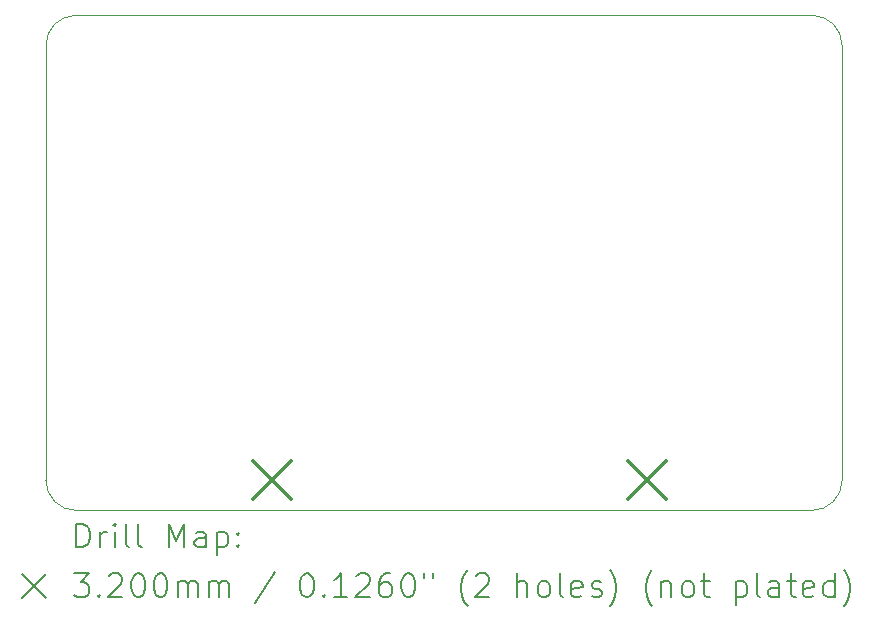
<source format=gbr>
%TF.GenerationSoftware,KiCad,Pcbnew,8.0.9*%
%TF.CreationDate,2025-03-02T13:58:53+01:00*%
%TF.ProjectId,cjss202,636a7373-3230-4322-9e6b-696361645f70,rev?*%
%TF.SameCoordinates,Original*%
%TF.FileFunction,Drillmap*%
%TF.FilePolarity,Positive*%
%FSLAX45Y45*%
G04 Gerber Fmt 4.5, Leading zero omitted, Abs format (unit mm)*
G04 Created by KiCad (PCBNEW 8.0.9) date 2025-03-02 13:58:53*
%MOMM*%
%LPD*%
G01*
G04 APERTURE LIST*
%ADD10C,0.050000*%
%ADD11C,0.200000*%
%ADD12C,0.320000*%
G04 APERTURE END LIST*
D10*
X2783105Y-6477000D02*
X2783105Y-2794000D01*
X3037105Y-6731000D02*
G75*
G02*
X2783105Y-6477000I0J254000D01*
G01*
X9525000Y-6477000D02*
G75*
G02*
X9271000Y-6731000I-254000J0D01*
G01*
X2783105Y-2794000D02*
G75*
G02*
X3037105Y-2540000I254000J0D01*
G01*
X9271000Y-6731000D02*
X3037105Y-6731000D01*
X9271000Y-2540000D02*
G75*
G02*
X9525000Y-2794000I0J-254000D01*
G01*
X9525000Y-2794000D02*
X9525000Y-6477000D01*
X3037105Y-2540000D02*
X9271000Y-2540000D01*
D11*
D12*
X4539000Y-6317000D02*
X4859000Y-6637000D01*
X4859000Y-6317000D02*
X4539000Y-6637000D01*
X7714000Y-6317000D02*
X8034000Y-6637000D01*
X8034000Y-6317000D02*
X7714000Y-6637000D01*
D11*
X3041382Y-7044984D02*
X3041382Y-6844984D01*
X3041382Y-6844984D02*
X3089001Y-6844984D01*
X3089001Y-6844984D02*
X3117572Y-6854508D01*
X3117572Y-6854508D02*
X3136620Y-6873555D01*
X3136620Y-6873555D02*
X3146144Y-6892603D01*
X3146144Y-6892603D02*
X3155668Y-6930698D01*
X3155668Y-6930698D02*
X3155668Y-6959269D01*
X3155668Y-6959269D02*
X3146144Y-6997365D01*
X3146144Y-6997365D02*
X3136620Y-7016412D01*
X3136620Y-7016412D02*
X3117572Y-7035460D01*
X3117572Y-7035460D02*
X3089001Y-7044984D01*
X3089001Y-7044984D02*
X3041382Y-7044984D01*
X3241382Y-7044984D02*
X3241382Y-6911650D01*
X3241382Y-6949746D02*
X3250906Y-6930698D01*
X3250906Y-6930698D02*
X3260429Y-6921174D01*
X3260429Y-6921174D02*
X3279477Y-6911650D01*
X3279477Y-6911650D02*
X3298525Y-6911650D01*
X3365191Y-7044984D02*
X3365191Y-6911650D01*
X3365191Y-6844984D02*
X3355668Y-6854508D01*
X3355668Y-6854508D02*
X3365191Y-6864031D01*
X3365191Y-6864031D02*
X3374715Y-6854508D01*
X3374715Y-6854508D02*
X3365191Y-6844984D01*
X3365191Y-6844984D02*
X3365191Y-6864031D01*
X3489001Y-7044984D02*
X3469953Y-7035460D01*
X3469953Y-7035460D02*
X3460429Y-7016412D01*
X3460429Y-7016412D02*
X3460429Y-6844984D01*
X3593763Y-7044984D02*
X3574715Y-7035460D01*
X3574715Y-7035460D02*
X3565191Y-7016412D01*
X3565191Y-7016412D02*
X3565191Y-6844984D01*
X3822334Y-7044984D02*
X3822334Y-6844984D01*
X3822334Y-6844984D02*
X3889001Y-6987841D01*
X3889001Y-6987841D02*
X3955668Y-6844984D01*
X3955668Y-6844984D02*
X3955668Y-7044984D01*
X4136620Y-7044984D02*
X4136620Y-6940222D01*
X4136620Y-6940222D02*
X4127096Y-6921174D01*
X4127096Y-6921174D02*
X4108049Y-6911650D01*
X4108049Y-6911650D02*
X4069953Y-6911650D01*
X4069953Y-6911650D02*
X4050906Y-6921174D01*
X4136620Y-7035460D02*
X4117572Y-7044984D01*
X4117572Y-7044984D02*
X4069953Y-7044984D01*
X4069953Y-7044984D02*
X4050906Y-7035460D01*
X4050906Y-7035460D02*
X4041382Y-7016412D01*
X4041382Y-7016412D02*
X4041382Y-6997365D01*
X4041382Y-6997365D02*
X4050906Y-6978317D01*
X4050906Y-6978317D02*
X4069953Y-6968793D01*
X4069953Y-6968793D02*
X4117572Y-6968793D01*
X4117572Y-6968793D02*
X4136620Y-6959269D01*
X4231858Y-6911650D02*
X4231858Y-7111650D01*
X4231858Y-6921174D02*
X4250906Y-6911650D01*
X4250906Y-6911650D02*
X4289001Y-6911650D01*
X4289001Y-6911650D02*
X4308049Y-6921174D01*
X4308049Y-6921174D02*
X4317572Y-6930698D01*
X4317572Y-6930698D02*
X4327096Y-6949746D01*
X4327096Y-6949746D02*
X4327096Y-7006888D01*
X4327096Y-7006888D02*
X4317572Y-7025936D01*
X4317572Y-7025936D02*
X4308049Y-7035460D01*
X4308049Y-7035460D02*
X4289001Y-7044984D01*
X4289001Y-7044984D02*
X4250906Y-7044984D01*
X4250906Y-7044984D02*
X4231858Y-7035460D01*
X4412811Y-7025936D02*
X4422334Y-7035460D01*
X4422334Y-7035460D02*
X4412811Y-7044984D01*
X4412811Y-7044984D02*
X4403287Y-7035460D01*
X4403287Y-7035460D02*
X4412811Y-7025936D01*
X4412811Y-7025936D02*
X4412811Y-7044984D01*
X4412811Y-6921174D02*
X4422334Y-6930698D01*
X4422334Y-6930698D02*
X4412811Y-6940222D01*
X4412811Y-6940222D02*
X4403287Y-6930698D01*
X4403287Y-6930698D02*
X4412811Y-6921174D01*
X4412811Y-6921174D02*
X4412811Y-6940222D01*
X2580605Y-7273500D02*
X2780605Y-7473500D01*
X2780605Y-7273500D02*
X2580605Y-7473500D01*
X3022334Y-7264984D02*
X3146144Y-7264984D01*
X3146144Y-7264984D02*
X3079477Y-7341174D01*
X3079477Y-7341174D02*
X3108049Y-7341174D01*
X3108049Y-7341174D02*
X3127096Y-7350698D01*
X3127096Y-7350698D02*
X3136620Y-7360222D01*
X3136620Y-7360222D02*
X3146144Y-7379269D01*
X3146144Y-7379269D02*
X3146144Y-7426888D01*
X3146144Y-7426888D02*
X3136620Y-7445936D01*
X3136620Y-7445936D02*
X3127096Y-7455460D01*
X3127096Y-7455460D02*
X3108049Y-7464984D01*
X3108049Y-7464984D02*
X3050906Y-7464984D01*
X3050906Y-7464984D02*
X3031858Y-7455460D01*
X3031858Y-7455460D02*
X3022334Y-7445936D01*
X3231858Y-7445936D02*
X3241382Y-7455460D01*
X3241382Y-7455460D02*
X3231858Y-7464984D01*
X3231858Y-7464984D02*
X3222334Y-7455460D01*
X3222334Y-7455460D02*
X3231858Y-7445936D01*
X3231858Y-7445936D02*
X3231858Y-7464984D01*
X3317572Y-7284031D02*
X3327096Y-7274508D01*
X3327096Y-7274508D02*
X3346144Y-7264984D01*
X3346144Y-7264984D02*
X3393763Y-7264984D01*
X3393763Y-7264984D02*
X3412810Y-7274508D01*
X3412810Y-7274508D02*
X3422334Y-7284031D01*
X3422334Y-7284031D02*
X3431858Y-7303079D01*
X3431858Y-7303079D02*
X3431858Y-7322127D01*
X3431858Y-7322127D02*
X3422334Y-7350698D01*
X3422334Y-7350698D02*
X3308049Y-7464984D01*
X3308049Y-7464984D02*
X3431858Y-7464984D01*
X3555668Y-7264984D02*
X3574715Y-7264984D01*
X3574715Y-7264984D02*
X3593763Y-7274508D01*
X3593763Y-7274508D02*
X3603287Y-7284031D01*
X3603287Y-7284031D02*
X3612810Y-7303079D01*
X3612810Y-7303079D02*
X3622334Y-7341174D01*
X3622334Y-7341174D02*
X3622334Y-7388793D01*
X3622334Y-7388793D02*
X3612810Y-7426888D01*
X3612810Y-7426888D02*
X3603287Y-7445936D01*
X3603287Y-7445936D02*
X3593763Y-7455460D01*
X3593763Y-7455460D02*
X3574715Y-7464984D01*
X3574715Y-7464984D02*
X3555668Y-7464984D01*
X3555668Y-7464984D02*
X3536620Y-7455460D01*
X3536620Y-7455460D02*
X3527096Y-7445936D01*
X3527096Y-7445936D02*
X3517572Y-7426888D01*
X3517572Y-7426888D02*
X3508049Y-7388793D01*
X3508049Y-7388793D02*
X3508049Y-7341174D01*
X3508049Y-7341174D02*
X3517572Y-7303079D01*
X3517572Y-7303079D02*
X3527096Y-7284031D01*
X3527096Y-7284031D02*
X3536620Y-7274508D01*
X3536620Y-7274508D02*
X3555668Y-7264984D01*
X3746144Y-7264984D02*
X3765191Y-7264984D01*
X3765191Y-7264984D02*
X3784239Y-7274508D01*
X3784239Y-7274508D02*
X3793763Y-7284031D01*
X3793763Y-7284031D02*
X3803287Y-7303079D01*
X3803287Y-7303079D02*
X3812810Y-7341174D01*
X3812810Y-7341174D02*
X3812810Y-7388793D01*
X3812810Y-7388793D02*
X3803287Y-7426888D01*
X3803287Y-7426888D02*
X3793763Y-7445936D01*
X3793763Y-7445936D02*
X3784239Y-7455460D01*
X3784239Y-7455460D02*
X3765191Y-7464984D01*
X3765191Y-7464984D02*
X3746144Y-7464984D01*
X3746144Y-7464984D02*
X3727096Y-7455460D01*
X3727096Y-7455460D02*
X3717572Y-7445936D01*
X3717572Y-7445936D02*
X3708049Y-7426888D01*
X3708049Y-7426888D02*
X3698525Y-7388793D01*
X3698525Y-7388793D02*
X3698525Y-7341174D01*
X3698525Y-7341174D02*
X3708049Y-7303079D01*
X3708049Y-7303079D02*
X3717572Y-7284031D01*
X3717572Y-7284031D02*
X3727096Y-7274508D01*
X3727096Y-7274508D02*
X3746144Y-7264984D01*
X3898525Y-7464984D02*
X3898525Y-7331650D01*
X3898525Y-7350698D02*
X3908049Y-7341174D01*
X3908049Y-7341174D02*
X3927096Y-7331650D01*
X3927096Y-7331650D02*
X3955668Y-7331650D01*
X3955668Y-7331650D02*
X3974715Y-7341174D01*
X3974715Y-7341174D02*
X3984239Y-7360222D01*
X3984239Y-7360222D02*
X3984239Y-7464984D01*
X3984239Y-7360222D02*
X3993763Y-7341174D01*
X3993763Y-7341174D02*
X4012810Y-7331650D01*
X4012810Y-7331650D02*
X4041382Y-7331650D01*
X4041382Y-7331650D02*
X4060430Y-7341174D01*
X4060430Y-7341174D02*
X4069953Y-7360222D01*
X4069953Y-7360222D02*
X4069953Y-7464984D01*
X4165191Y-7464984D02*
X4165191Y-7331650D01*
X4165191Y-7350698D02*
X4174715Y-7341174D01*
X4174715Y-7341174D02*
X4193763Y-7331650D01*
X4193763Y-7331650D02*
X4222334Y-7331650D01*
X4222334Y-7331650D02*
X4241382Y-7341174D01*
X4241382Y-7341174D02*
X4250906Y-7360222D01*
X4250906Y-7360222D02*
X4250906Y-7464984D01*
X4250906Y-7360222D02*
X4260430Y-7341174D01*
X4260430Y-7341174D02*
X4279477Y-7331650D01*
X4279477Y-7331650D02*
X4308049Y-7331650D01*
X4308049Y-7331650D02*
X4327096Y-7341174D01*
X4327096Y-7341174D02*
X4336620Y-7360222D01*
X4336620Y-7360222D02*
X4336620Y-7464984D01*
X4727096Y-7255460D02*
X4555668Y-7512603D01*
X4984239Y-7264984D02*
X5003287Y-7264984D01*
X5003287Y-7264984D02*
X5022335Y-7274508D01*
X5022335Y-7274508D02*
X5031858Y-7284031D01*
X5031858Y-7284031D02*
X5041382Y-7303079D01*
X5041382Y-7303079D02*
X5050906Y-7341174D01*
X5050906Y-7341174D02*
X5050906Y-7388793D01*
X5050906Y-7388793D02*
X5041382Y-7426888D01*
X5041382Y-7426888D02*
X5031858Y-7445936D01*
X5031858Y-7445936D02*
X5022335Y-7455460D01*
X5022335Y-7455460D02*
X5003287Y-7464984D01*
X5003287Y-7464984D02*
X4984239Y-7464984D01*
X4984239Y-7464984D02*
X4965192Y-7455460D01*
X4965192Y-7455460D02*
X4955668Y-7445936D01*
X4955668Y-7445936D02*
X4946144Y-7426888D01*
X4946144Y-7426888D02*
X4936620Y-7388793D01*
X4936620Y-7388793D02*
X4936620Y-7341174D01*
X4936620Y-7341174D02*
X4946144Y-7303079D01*
X4946144Y-7303079D02*
X4955668Y-7284031D01*
X4955668Y-7284031D02*
X4965192Y-7274508D01*
X4965192Y-7274508D02*
X4984239Y-7264984D01*
X5136620Y-7445936D02*
X5146144Y-7455460D01*
X5146144Y-7455460D02*
X5136620Y-7464984D01*
X5136620Y-7464984D02*
X5127096Y-7455460D01*
X5127096Y-7455460D02*
X5136620Y-7445936D01*
X5136620Y-7445936D02*
X5136620Y-7464984D01*
X5336620Y-7464984D02*
X5222335Y-7464984D01*
X5279477Y-7464984D02*
X5279477Y-7264984D01*
X5279477Y-7264984D02*
X5260430Y-7293555D01*
X5260430Y-7293555D02*
X5241382Y-7312603D01*
X5241382Y-7312603D02*
X5222335Y-7322127D01*
X5412811Y-7284031D02*
X5422335Y-7274508D01*
X5422335Y-7274508D02*
X5441382Y-7264984D01*
X5441382Y-7264984D02*
X5489001Y-7264984D01*
X5489001Y-7264984D02*
X5508049Y-7274508D01*
X5508049Y-7274508D02*
X5517573Y-7284031D01*
X5517573Y-7284031D02*
X5527096Y-7303079D01*
X5527096Y-7303079D02*
X5527096Y-7322127D01*
X5527096Y-7322127D02*
X5517573Y-7350698D01*
X5517573Y-7350698D02*
X5403287Y-7464984D01*
X5403287Y-7464984D02*
X5527096Y-7464984D01*
X5698525Y-7264984D02*
X5660430Y-7264984D01*
X5660430Y-7264984D02*
X5641382Y-7274508D01*
X5641382Y-7274508D02*
X5631858Y-7284031D01*
X5631858Y-7284031D02*
X5612811Y-7312603D01*
X5612811Y-7312603D02*
X5603287Y-7350698D01*
X5603287Y-7350698D02*
X5603287Y-7426888D01*
X5603287Y-7426888D02*
X5612811Y-7445936D01*
X5612811Y-7445936D02*
X5622334Y-7455460D01*
X5622334Y-7455460D02*
X5641382Y-7464984D01*
X5641382Y-7464984D02*
X5679477Y-7464984D01*
X5679477Y-7464984D02*
X5698525Y-7455460D01*
X5698525Y-7455460D02*
X5708049Y-7445936D01*
X5708049Y-7445936D02*
X5717573Y-7426888D01*
X5717573Y-7426888D02*
X5717573Y-7379269D01*
X5717573Y-7379269D02*
X5708049Y-7360222D01*
X5708049Y-7360222D02*
X5698525Y-7350698D01*
X5698525Y-7350698D02*
X5679477Y-7341174D01*
X5679477Y-7341174D02*
X5641382Y-7341174D01*
X5641382Y-7341174D02*
X5622334Y-7350698D01*
X5622334Y-7350698D02*
X5612811Y-7360222D01*
X5612811Y-7360222D02*
X5603287Y-7379269D01*
X5841382Y-7264984D02*
X5860430Y-7264984D01*
X5860430Y-7264984D02*
X5879477Y-7274508D01*
X5879477Y-7274508D02*
X5889001Y-7284031D01*
X5889001Y-7284031D02*
X5898525Y-7303079D01*
X5898525Y-7303079D02*
X5908049Y-7341174D01*
X5908049Y-7341174D02*
X5908049Y-7388793D01*
X5908049Y-7388793D02*
X5898525Y-7426888D01*
X5898525Y-7426888D02*
X5889001Y-7445936D01*
X5889001Y-7445936D02*
X5879477Y-7455460D01*
X5879477Y-7455460D02*
X5860430Y-7464984D01*
X5860430Y-7464984D02*
X5841382Y-7464984D01*
X5841382Y-7464984D02*
X5822334Y-7455460D01*
X5822334Y-7455460D02*
X5812811Y-7445936D01*
X5812811Y-7445936D02*
X5803287Y-7426888D01*
X5803287Y-7426888D02*
X5793763Y-7388793D01*
X5793763Y-7388793D02*
X5793763Y-7341174D01*
X5793763Y-7341174D02*
X5803287Y-7303079D01*
X5803287Y-7303079D02*
X5812811Y-7284031D01*
X5812811Y-7284031D02*
X5822334Y-7274508D01*
X5822334Y-7274508D02*
X5841382Y-7264984D01*
X5984239Y-7264984D02*
X5984239Y-7303079D01*
X6060430Y-7264984D02*
X6060430Y-7303079D01*
X6355668Y-7541174D02*
X6346144Y-7531650D01*
X6346144Y-7531650D02*
X6327096Y-7503079D01*
X6327096Y-7503079D02*
X6317573Y-7484031D01*
X6317573Y-7484031D02*
X6308049Y-7455460D01*
X6308049Y-7455460D02*
X6298525Y-7407841D01*
X6298525Y-7407841D02*
X6298525Y-7369746D01*
X6298525Y-7369746D02*
X6308049Y-7322127D01*
X6308049Y-7322127D02*
X6317573Y-7293555D01*
X6317573Y-7293555D02*
X6327096Y-7274508D01*
X6327096Y-7274508D02*
X6346144Y-7245936D01*
X6346144Y-7245936D02*
X6355668Y-7236412D01*
X6422335Y-7284031D02*
X6431858Y-7274508D01*
X6431858Y-7274508D02*
X6450906Y-7264984D01*
X6450906Y-7264984D02*
X6498525Y-7264984D01*
X6498525Y-7264984D02*
X6517573Y-7274508D01*
X6517573Y-7274508D02*
X6527096Y-7284031D01*
X6527096Y-7284031D02*
X6536620Y-7303079D01*
X6536620Y-7303079D02*
X6536620Y-7322127D01*
X6536620Y-7322127D02*
X6527096Y-7350698D01*
X6527096Y-7350698D02*
X6412811Y-7464984D01*
X6412811Y-7464984D02*
X6536620Y-7464984D01*
X6774716Y-7464984D02*
X6774716Y-7264984D01*
X6860430Y-7464984D02*
X6860430Y-7360222D01*
X6860430Y-7360222D02*
X6850906Y-7341174D01*
X6850906Y-7341174D02*
X6831858Y-7331650D01*
X6831858Y-7331650D02*
X6803287Y-7331650D01*
X6803287Y-7331650D02*
X6784239Y-7341174D01*
X6784239Y-7341174D02*
X6774716Y-7350698D01*
X6984239Y-7464984D02*
X6965192Y-7455460D01*
X6965192Y-7455460D02*
X6955668Y-7445936D01*
X6955668Y-7445936D02*
X6946144Y-7426888D01*
X6946144Y-7426888D02*
X6946144Y-7369746D01*
X6946144Y-7369746D02*
X6955668Y-7350698D01*
X6955668Y-7350698D02*
X6965192Y-7341174D01*
X6965192Y-7341174D02*
X6984239Y-7331650D01*
X6984239Y-7331650D02*
X7012811Y-7331650D01*
X7012811Y-7331650D02*
X7031858Y-7341174D01*
X7031858Y-7341174D02*
X7041382Y-7350698D01*
X7041382Y-7350698D02*
X7050906Y-7369746D01*
X7050906Y-7369746D02*
X7050906Y-7426888D01*
X7050906Y-7426888D02*
X7041382Y-7445936D01*
X7041382Y-7445936D02*
X7031858Y-7455460D01*
X7031858Y-7455460D02*
X7012811Y-7464984D01*
X7012811Y-7464984D02*
X6984239Y-7464984D01*
X7165192Y-7464984D02*
X7146144Y-7455460D01*
X7146144Y-7455460D02*
X7136620Y-7436412D01*
X7136620Y-7436412D02*
X7136620Y-7264984D01*
X7317573Y-7455460D02*
X7298525Y-7464984D01*
X7298525Y-7464984D02*
X7260430Y-7464984D01*
X7260430Y-7464984D02*
X7241382Y-7455460D01*
X7241382Y-7455460D02*
X7231858Y-7436412D01*
X7231858Y-7436412D02*
X7231858Y-7360222D01*
X7231858Y-7360222D02*
X7241382Y-7341174D01*
X7241382Y-7341174D02*
X7260430Y-7331650D01*
X7260430Y-7331650D02*
X7298525Y-7331650D01*
X7298525Y-7331650D02*
X7317573Y-7341174D01*
X7317573Y-7341174D02*
X7327097Y-7360222D01*
X7327097Y-7360222D02*
X7327097Y-7379269D01*
X7327097Y-7379269D02*
X7231858Y-7398317D01*
X7403287Y-7455460D02*
X7422335Y-7464984D01*
X7422335Y-7464984D02*
X7460430Y-7464984D01*
X7460430Y-7464984D02*
X7479478Y-7455460D01*
X7479478Y-7455460D02*
X7489001Y-7436412D01*
X7489001Y-7436412D02*
X7489001Y-7426888D01*
X7489001Y-7426888D02*
X7479478Y-7407841D01*
X7479478Y-7407841D02*
X7460430Y-7398317D01*
X7460430Y-7398317D02*
X7431858Y-7398317D01*
X7431858Y-7398317D02*
X7412811Y-7388793D01*
X7412811Y-7388793D02*
X7403287Y-7369746D01*
X7403287Y-7369746D02*
X7403287Y-7360222D01*
X7403287Y-7360222D02*
X7412811Y-7341174D01*
X7412811Y-7341174D02*
X7431858Y-7331650D01*
X7431858Y-7331650D02*
X7460430Y-7331650D01*
X7460430Y-7331650D02*
X7479478Y-7341174D01*
X7555668Y-7541174D02*
X7565192Y-7531650D01*
X7565192Y-7531650D02*
X7584239Y-7503079D01*
X7584239Y-7503079D02*
X7593763Y-7484031D01*
X7593763Y-7484031D02*
X7603287Y-7455460D01*
X7603287Y-7455460D02*
X7612811Y-7407841D01*
X7612811Y-7407841D02*
X7612811Y-7369746D01*
X7612811Y-7369746D02*
X7603287Y-7322127D01*
X7603287Y-7322127D02*
X7593763Y-7293555D01*
X7593763Y-7293555D02*
X7584239Y-7274508D01*
X7584239Y-7274508D02*
X7565192Y-7245936D01*
X7565192Y-7245936D02*
X7555668Y-7236412D01*
X7917573Y-7541174D02*
X7908049Y-7531650D01*
X7908049Y-7531650D02*
X7889001Y-7503079D01*
X7889001Y-7503079D02*
X7879478Y-7484031D01*
X7879478Y-7484031D02*
X7869954Y-7455460D01*
X7869954Y-7455460D02*
X7860430Y-7407841D01*
X7860430Y-7407841D02*
X7860430Y-7369746D01*
X7860430Y-7369746D02*
X7869954Y-7322127D01*
X7869954Y-7322127D02*
X7879478Y-7293555D01*
X7879478Y-7293555D02*
X7889001Y-7274508D01*
X7889001Y-7274508D02*
X7908049Y-7245936D01*
X7908049Y-7245936D02*
X7917573Y-7236412D01*
X7993763Y-7331650D02*
X7993763Y-7464984D01*
X7993763Y-7350698D02*
X8003287Y-7341174D01*
X8003287Y-7341174D02*
X8022335Y-7331650D01*
X8022335Y-7331650D02*
X8050906Y-7331650D01*
X8050906Y-7331650D02*
X8069954Y-7341174D01*
X8069954Y-7341174D02*
X8079478Y-7360222D01*
X8079478Y-7360222D02*
X8079478Y-7464984D01*
X8203287Y-7464984D02*
X8184239Y-7455460D01*
X8184239Y-7455460D02*
X8174716Y-7445936D01*
X8174716Y-7445936D02*
X8165192Y-7426888D01*
X8165192Y-7426888D02*
X8165192Y-7369746D01*
X8165192Y-7369746D02*
X8174716Y-7350698D01*
X8174716Y-7350698D02*
X8184239Y-7341174D01*
X8184239Y-7341174D02*
X8203287Y-7331650D01*
X8203287Y-7331650D02*
X8231859Y-7331650D01*
X8231859Y-7331650D02*
X8250906Y-7341174D01*
X8250906Y-7341174D02*
X8260430Y-7350698D01*
X8260430Y-7350698D02*
X8269954Y-7369746D01*
X8269954Y-7369746D02*
X8269954Y-7426888D01*
X8269954Y-7426888D02*
X8260430Y-7445936D01*
X8260430Y-7445936D02*
X8250906Y-7455460D01*
X8250906Y-7455460D02*
X8231859Y-7464984D01*
X8231859Y-7464984D02*
X8203287Y-7464984D01*
X8327097Y-7331650D02*
X8403287Y-7331650D01*
X8355668Y-7264984D02*
X8355668Y-7436412D01*
X8355668Y-7436412D02*
X8365192Y-7455460D01*
X8365192Y-7455460D02*
X8384239Y-7464984D01*
X8384239Y-7464984D02*
X8403287Y-7464984D01*
X8622335Y-7331650D02*
X8622335Y-7531650D01*
X8622335Y-7341174D02*
X8641382Y-7331650D01*
X8641382Y-7331650D02*
X8679478Y-7331650D01*
X8679478Y-7331650D02*
X8698525Y-7341174D01*
X8698525Y-7341174D02*
X8708049Y-7350698D01*
X8708049Y-7350698D02*
X8717573Y-7369746D01*
X8717573Y-7369746D02*
X8717573Y-7426888D01*
X8717573Y-7426888D02*
X8708049Y-7445936D01*
X8708049Y-7445936D02*
X8698525Y-7455460D01*
X8698525Y-7455460D02*
X8679478Y-7464984D01*
X8679478Y-7464984D02*
X8641382Y-7464984D01*
X8641382Y-7464984D02*
X8622335Y-7455460D01*
X8831859Y-7464984D02*
X8812811Y-7455460D01*
X8812811Y-7455460D02*
X8803287Y-7436412D01*
X8803287Y-7436412D02*
X8803287Y-7264984D01*
X8993763Y-7464984D02*
X8993763Y-7360222D01*
X8993763Y-7360222D02*
X8984240Y-7341174D01*
X8984240Y-7341174D02*
X8965192Y-7331650D01*
X8965192Y-7331650D02*
X8927097Y-7331650D01*
X8927097Y-7331650D02*
X8908049Y-7341174D01*
X8993763Y-7455460D02*
X8974716Y-7464984D01*
X8974716Y-7464984D02*
X8927097Y-7464984D01*
X8927097Y-7464984D02*
X8908049Y-7455460D01*
X8908049Y-7455460D02*
X8898525Y-7436412D01*
X8898525Y-7436412D02*
X8898525Y-7417365D01*
X8898525Y-7417365D02*
X8908049Y-7398317D01*
X8908049Y-7398317D02*
X8927097Y-7388793D01*
X8927097Y-7388793D02*
X8974716Y-7388793D01*
X8974716Y-7388793D02*
X8993763Y-7379269D01*
X9060430Y-7331650D02*
X9136621Y-7331650D01*
X9089002Y-7264984D02*
X9089002Y-7436412D01*
X9089002Y-7436412D02*
X9098525Y-7455460D01*
X9098525Y-7455460D02*
X9117573Y-7464984D01*
X9117573Y-7464984D02*
X9136621Y-7464984D01*
X9279478Y-7455460D02*
X9260430Y-7464984D01*
X9260430Y-7464984D02*
X9222335Y-7464984D01*
X9222335Y-7464984D02*
X9203287Y-7455460D01*
X9203287Y-7455460D02*
X9193763Y-7436412D01*
X9193763Y-7436412D02*
X9193763Y-7360222D01*
X9193763Y-7360222D02*
X9203287Y-7341174D01*
X9203287Y-7341174D02*
X9222335Y-7331650D01*
X9222335Y-7331650D02*
X9260430Y-7331650D01*
X9260430Y-7331650D02*
X9279478Y-7341174D01*
X9279478Y-7341174D02*
X9289002Y-7360222D01*
X9289002Y-7360222D02*
X9289002Y-7379269D01*
X9289002Y-7379269D02*
X9193763Y-7398317D01*
X9460430Y-7464984D02*
X9460430Y-7264984D01*
X9460430Y-7455460D02*
X9441383Y-7464984D01*
X9441383Y-7464984D02*
X9403287Y-7464984D01*
X9403287Y-7464984D02*
X9384240Y-7455460D01*
X9384240Y-7455460D02*
X9374716Y-7445936D01*
X9374716Y-7445936D02*
X9365192Y-7426888D01*
X9365192Y-7426888D02*
X9365192Y-7369746D01*
X9365192Y-7369746D02*
X9374716Y-7350698D01*
X9374716Y-7350698D02*
X9384240Y-7341174D01*
X9384240Y-7341174D02*
X9403287Y-7331650D01*
X9403287Y-7331650D02*
X9441383Y-7331650D01*
X9441383Y-7331650D02*
X9460430Y-7341174D01*
X9536621Y-7541174D02*
X9546144Y-7531650D01*
X9546144Y-7531650D02*
X9565192Y-7503079D01*
X9565192Y-7503079D02*
X9574716Y-7484031D01*
X9574716Y-7484031D02*
X9584240Y-7455460D01*
X9584240Y-7455460D02*
X9593763Y-7407841D01*
X9593763Y-7407841D02*
X9593763Y-7369746D01*
X9593763Y-7369746D02*
X9584240Y-7322127D01*
X9584240Y-7322127D02*
X9574716Y-7293555D01*
X9574716Y-7293555D02*
X9565192Y-7274508D01*
X9565192Y-7274508D02*
X9546144Y-7245936D01*
X9546144Y-7245936D02*
X9536621Y-7236412D01*
M02*

</source>
